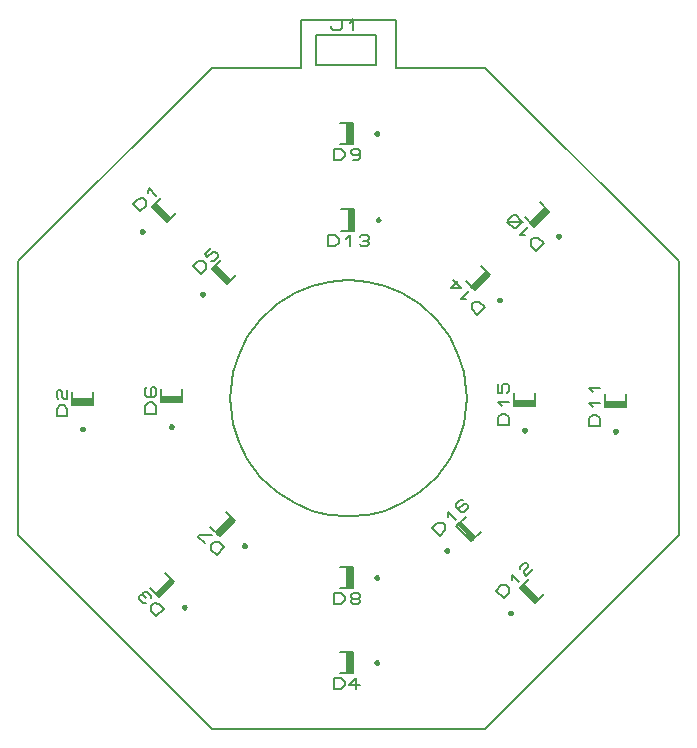
<source format=gbr>
G04 PROTEUS RS274X GERBER FILE*
%FSLAX45Y45*%
%MOMM*%
G01*
%ADD16C,0.203200*%
%ADD17C,0.250000*%
%ADD18C,0.200000*%
D16*
X+2800000Y+1159798D02*
X+1159798Y+2800000D01*
X+400000Y+2800000D01*
X+400000Y+3200000D01*
X-400000Y+3200000D01*
X-400000Y+2800000D01*
X-1159798Y+2800000D01*
X-2800000Y+1159798D01*
X-2800000Y-1159798D01*
X-1159798Y-2800000D01*
X+1159798Y-2800000D01*
X+2800000Y-1159798D01*
X+2800000Y+1159798D01*
X-277000Y+2823000D02*
X+231000Y+2823000D01*
X+231000Y+3077000D01*
X-277000Y+3077000D01*
X-277000Y+2823000D01*
X-150000Y+3148120D02*
X-150000Y+3132880D01*
X-134125Y+3117640D01*
X-70625Y+3117640D01*
X-54750Y+3132880D01*
X-54750Y+3209080D01*
X+8750Y+3178600D02*
X+40500Y+3209080D01*
X+40500Y+3117640D01*
X+1000000Y+0D02*
X+997283Y+73665D01*
X+975275Y+220996D01*
X+929696Y+368327D01*
X+856795Y+515658D01*
X+748629Y+662989D01*
X+603894Y+797065D01*
X+456563Y+889691D01*
X+309232Y+950987D01*
X+161901Y+986807D01*
X+14570Y+999894D01*
X+0Y+1000000D01*
X-1000000Y+0D02*
X-997283Y+73665D01*
X-975275Y+220996D01*
X-929696Y+368327D01*
X-856795Y+515658D01*
X-748629Y+662989D01*
X-603894Y+797065D01*
X-456563Y+889691D01*
X-309232Y+950987D01*
X-161901Y+986807D01*
X-14570Y+999894D01*
X+0Y+1000000D01*
X-1000000Y+0D02*
X-997283Y-73665D01*
X-975275Y-220996D01*
X-929696Y-368327D01*
X-856795Y-515658D01*
X-748629Y-662989D01*
X-603894Y-797065D01*
X-456563Y-889691D01*
X-309232Y-950987D01*
X-161901Y-986807D01*
X-14570Y-999894D01*
X+0Y-1000000D01*
X+1000000Y+0D02*
X+997283Y-73665D01*
X+975275Y-220996D01*
X+929696Y-368327D01*
X+856795Y-515658D01*
X+748629Y-662989D01*
X+603894Y-797065D01*
X+456563Y-889691D01*
X+309232Y-950987D01*
X+161901Y-986807D01*
X+14570Y-999894D01*
X+0Y-1000000D01*
D17*
X-1735282Y+1412218D02*
X-1735325Y+1413257D01*
X-1735677Y+1415336D01*
X-1736414Y+1417415D01*
X-1737618Y+1419494D01*
X-1739459Y+1421544D01*
X-1741538Y+1423047D01*
X-1743617Y+1424004D01*
X-1745696Y+1424543D01*
X-1747775Y+1424718D01*
X-1747782Y+1424718D01*
X-1760282Y+1412218D02*
X-1760239Y+1413257D01*
X-1759887Y+1415336D01*
X-1759150Y+1417415D01*
X-1757946Y+1419494D01*
X-1756105Y+1421544D01*
X-1754026Y+1423047D01*
X-1751947Y+1424004D01*
X-1749868Y+1424543D01*
X-1747789Y+1424718D01*
X-1747782Y+1424718D01*
X-1760282Y+1412218D02*
X-1760239Y+1411179D01*
X-1759887Y+1409100D01*
X-1759150Y+1407021D01*
X-1757946Y+1404942D01*
X-1756105Y+1402892D01*
X-1754026Y+1401389D01*
X-1751947Y+1400432D01*
X-1749868Y+1399893D01*
X-1747789Y+1399718D01*
X-1747782Y+1399718D01*
X-1735282Y+1412218D02*
X-1735325Y+1411179D01*
X-1735677Y+1409100D01*
X-1736414Y+1407021D01*
X-1737618Y+1404942D01*
X-1739459Y+1402892D01*
X-1741538Y+1401389D01*
X-1743617Y+1400432D01*
X-1745696Y+1399893D01*
X-1747775Y+1399718D01*
X-1747782Y+1399718D01*
D18*
X-1539185Y+1493536D02*
X-1461403Y+1571317D01*
X-1666464Y+1620815D02*
X-1588683Y+1698597D01*
X-1666464Y+1620815D02*
X-1539185Y+1493536D01*
X-1528579Y+1504142D02*
X-1655858Y+1631421D01*
X-1517972Y+1514749D02*
X-1645251Y+1642028D01*
X-1507365Y+1525355D02*
X-1634645Y+1652635D01*
D16*
X-1762794Y+1581733D02*
X-1827451Y+1646390D01*
X-1782550Y+1691292D01*
X-1738547Y+1692190D01*
X-1716994Y+1670637D01*
X-1717892Y+1626634D01*
X-1762794Y+1581733D01*
X-1693645Y+1737091D02*
X-1692747Y+1781095D01*
X-1628089Y+1716437D01*
D17*
X-2237500Y-260000D02*
X-2237543Y-258961D01*
X-2237895Y-256882D01*
X-2238632Y-254803D01*
X-2239836Y-252724D01*
X-2241677Y-250674D01*
X-2243756Y-249171D01*
X-2245835Y-248214D01*
X-2247914Y-247675D01*
X-2249993Y-247500D01*
X-2250000Y-247500D01*
X-2262500Y-260000D02*
X-2262457Y-258961D01*
X-2262105Y-256882D01*
X-2261368Y-254803D01*
X-2260164Y-252724D01*
X-2258323Y-250674D01*
X-2256244Y-249171D01*
X-2254165Y-248214D01*
X-2252086Y-247675D01*
X-2250007Y-247500D01*
X-2250000Y-247500D01*
X-2262500Y-260000D02*
X-2262457Y-261039D01*
X-2262105Y-263118D01*
X-2261368Y-265197D01*
X-2260164Y-267276D01*
X-2258323Y-269326D01*
X-2256244Y-270829D01*
X-2254165Y-271786D01*
X-2252086Y-272325D01*
X-2250007Y-272500D01*
X-2250000Y-272500D01*
X-2237500Y-260000D02*
X-2237543Y-261039D01*
X-2237895Y-263118D01*
X-2238632Y-265197D01*
X-2239836Y-267276D01*
X-2241677Y-269326D01*
X-2243756Y-270829D01*
X-2245835Y-271786D01*
X-2247914Y-272325D01*
X-2249993Y-272500D01*
X-2250000Y-272500D01*
D18*
X-2160000Y-55000D02*
X-2160000Y+55000D01*
X-2340000Y-55000D02*
X-2340000Y+55000D01*
X-2340000Y-55000D02*
X-2160000Y-55000D01*
X-2160000Y-40000D02*
X-2340000Y-40000D01*
X-2160000Y-25000D02*
X-2340000Y-25000D01*
X-2160000Y-10000D02*
X-2340000Y-10000D01*
D16*
X-2380480Y-150750D02*
X-2471920Y-150750D01*
X-2471920Y-87250D01*
X-2441440Y-55500D01*
X-2410960Y-55500D01*
X-2380480Y-87250D01*
X-2380480Y-150750D01*
X-2456680Y-7875D02*
X-2471920Y+8000D01*
X-2471920Y+55625D01*
X-2456680Y+71500D01*
X-2441440Y+71500D01*
X-2426200Y+55625D01*
X-2426200Y+8000D01*
X-2410960Y-7875D01*
X-2380480Y-7875D01*
X-2380480Y+71500D01*
D17*
X-1379718Y-1767782D02*
X-1379761Y-1766743D01*
X-1380113Y-1764664D01*
X-1380850Y-1762585D01*
X-1382054Y-1760506D01*
X-1383895Y-1758456D01*
X-1385974Y-1756953D01*
X-1388053Y-1755996D01*
X-1390132Y-1755457D01*
X-1392211Y-1755282D01*
X-1392218Y-1755282D01*
X-1404718Y-1767782D02*
X-1404675Y-1766743D01*
X-1404323Y-1764664D01*
X-1403586Y-1762585D01*
X-1402382Y-1760506D01*
X-1400541Y-1758456D01*
X-1398462Y-1756953D01*
X-1396383Y-1755996D01*
X-1394304Y-1755457D01*
X-1392225Y-1755282D01*
X-1392218Y-1755282D01*
X-1404718Y-1767782D02*
X-1404675Y-1768821D01*
X-1404323Y-1770900D01*
X-1403586Y-1772979D01*
X-1402382Y-1775058D01*
X-1400541Y-1777108D01*
X-1398462Y-1778611D01*
X-1396383Y-1779568D01*
X-1394304Y-1780107D01*
X-1392225Y-1780282D01*
X-1392218Y-1780282D01*
X-1379718Y-1767782D02*
X-1379761Y-1768821D01*
X-1380113Y-1770900D01*
X-1380850Y-1772979D01*
X-1382054Y-1775058D01*
X-1383895Y-1777108D01*
X-1385974Y-1778611D01*
X-1388053Y-1779568D01*
X-1390132Y-1780107D01*
X-1392211Y-1780282D01*
X-1392218Y-1780282D01*
D18*
X-1473536Y-1559185D02*
X-1551317Y-1481403D01*
X-1600815Y-1686464D02*
X-1678597Y-1608683D01*
X-1600815Y-1686464D02*
X-1473536Y-1559185D01*
X-1484142Y-1548579D02*
X-1611421Y-1675858D01*
X-1494749Y-1537972D02*
X-1622028Y-1665251D01*
X-1505355Y-1527365D02*
X-1632635Y-1654645D01*
D16*
X-1561733Y-1782794D02*
X-1626390Y-1847451D01*
X-1671292Y-1802550D01*
X-1672190Y-1758547D01*
X-1650637Y-1736994D01*
X-1606634Y-1737892D01*
X-1561733Y-1782794D01*
X-1716642Y-1735647D02*
X-1738644Y-1735198D01*
X-1772320Y-1701522D01*
X-1772769Y-1679520D01*
X-1761993Y-1668744D01*
X-1739991Y-1669193D01*
X-1740440Y-1647191D01*
X-1729664Y-1636415D01*
X-1707662Y-1636864D01*
X-1673986Y-1670540D01*
X-1673537Y-1692542D01*
X-1717540Y-1691644D02*
X-1739991Y-1669193D01*
D17*
X+252500Y-2240000D02*
X+252457Y-2238961D01*
X+252105Y-2236882D01*
X+251368Y-2234803D01*
X+250164Y-2232724D01*
X+248323Y-2230674D01*
X+246244Y-2229171D01*
X+244165Y-2228214D01*
X+242086Y-2227675D01*
X+240007Y-2227500D01*
X+240000Y-2227500D01*
X+227500Y-2240000D02*
X+227543Y-2238961D01*
X+227895Y-2236882D01*
X+228632Y-2234803D01*
X+229836Y-2232724D01*
X+231677Y-2230674D01*
X+233756Y-2229171D01*
X+235835Y-2228214D01*
X+237914Y-2227675D01*
X+239993Y-2227500D01*
X+240000Y-2227500D01*
X+227500Y-2240000D02*
X+227543Y-2241039D01*
X+227895Y-2243118D01*
X+228632Y-2245197D01*
X+229836Y-2247276D01*
X+231677Y-2249326D01*
X+233756Y-2250829D01*
X+235835Y-2251786D01*
X+237914Y-2252325D01*
X+239993Y-2252500D01*
X+240000Y-2252500D01*
X+252500Y-2240000D02*
X+252457Y-2241039D01*
X+252105Y-2243118D01*
X+251368Y-2245197D01*
X+250164Y-2247276D01*
X+248323Y-2249326D01*
X+246244Y-2250829D01*
X+244165Y-2251786D01*
X+242086Y-2252325D01*
X+240007Y-2252500D01*
X+240000Y-2252500D01*
D18*
X+35000Y-2150000D02*
X-75000Y-2150000D01*
X+35000Y-2330000D02*
X-75000Y-2330000D01*
X+35000Y-2330000D02*
X+35000Y-2150000D01*
X+20000Y-2150000D02*
X+20000Y-2330000D01*
X+5000Y-2150000D02*
X+5000Y-2330000D01*
X-10000Y-2150000D02*
X-10000Y-2330000D01*
D16*
X-123250Y-2461920D02*
X-123250Y-2370480D01*
X-59750Y-2370480D01*
X-28000Y-2400960D01*
X-28000Y-2431440D01*
X-59750Y-2461920D01*
X-123250Y-2461920D01*
X+99000Y-2431440D02*
X+3750Y-2431440D01*
X+67250Y-2370480D01*
X+67250Y-2461920D01*
D17*
X-1225282Y+882218D02*
X-1225325Y+883257D01*
X-1225677Y+885336D01*
X-1226414Y+887415D01*
X-1227618Y+889494D01*
X-1229459Y+891544D01*
X-1231538Y+893047D01*
X-1233617Y+894004D01*
X-1235696Y+894543D01*
X-1237775Y+894718D01*
X-1237782Y+894718D01*
X-1250282Y+882218D02*
X-1250239Y+883257D01*
X-1249887Y+885336D01*
X-1249150Y+887415D01*
X-1247946Y+889494D01*
X-1246105Y+891544D01*
X-1244026Y+893047D01*
X-1241947Y+894004D01*
X-1239868Y+894543D01*
X-1237789Y+894718D01*
X-1237782Y+894718D01*
X-1250282Y+882218D02*
X-1250239Y+881179D01*
X-1249887Y+879100D01*
X-1249150Y+877021D01*
X-1247946Y+874942D01*
X-1246105Y+872892D01*
X-1244026Y+871389D01*
X-1241947Y+870432D01*
X-1239868Y+869893D01*
X-1237789Y+869718D01*
X-1237782Y+869718D01*
X-1225282Y+882218D02*
X-1225325Y+881179D01*
X-1225677Y+879100D01*
X-1226414Y+877021D01*
X-1227618Y+874942D01*
X-1229459Y+872892D01*
X-1231538Y+871389D01*
X-1233617Y+870432D01*
X-1235696Y+869893D01*
X-1237775Y+869718D01*
X-1237782Y+869718D01*
D18*
X-1029185Y+963536D02*
X-951403Y+1041317D01*
X-1156464Y+1090815D02*
X-1078683Y+1168597D01*
X-1156464Y+1090815D02*
X-1029185Y+963536D01*
X-1018579Y+974142D02*
X-1145858Y+1101421D01*
X-1007972Y+984749D02*
X-1135251Y+1112028D01*
X-997365Y+995355D02*
X-1124645Y+1122635D01*
D16*
X-1252794Y+1051733D02*
X-1317451Y+1116390D01*
X-1272550Y+1161292D01*
X-1228547Y+1162190D01*
X-1206994Y+1140637D01*
X-1207892Y+1096634D01*
X-1252794Y+1051733D01*
X-1160297Y+1273545D02*
X-1216423Y+1217419D01*
X-1194871Y+1195866D01*
X-1149969Y+1240767D01*
X-1127968Y+1241216D01*
X-1106415Y+1219664D01*
X-1106864Y+1197662D01*
X-1140540Y+1163986D01*
X-1162542Y+1163537D01*
D17*
X-1487500Y-240000D02*
X-1487543Y-238961D01*
X-1487895Y-236882D01*
X-1488632Y-234803D01*
X-1489836Y-232724D01*
X-1491677Y-230674D01*
X-1493756Y-229171D01*
X-1495835Y-228214D01*
X-1497914Y-227675D01*
X-1499993Y-227500D01*
X-1500000Y-227500D01*
X-1512500Y-240000D02*
X-1512457Y-238961D01*
X-1512105Y-236882D01*
X-1511368Y-234803D01*
X-1510164Y-232724D01*
X-1508323Y-230674D01*
X-1506244Y-229171D01*
X-1504165Y-228214D01*
X-1502086Y-227675D01*
X-1500007Y-227500D01*
X-1500000Y-227500D01*
X-1512500Y-240000D02*
X-1512457Y-241039D01*
X-1512105Y-243118D01*
X-1511368Y-245197D01*
X-1510164Y-247276D01*
X-1508323Y-249326D01*
X-1506244Y-250829D01*
X-1504165Y-251786D01*
X-1502086Y-252325D01*
X-1500007Y-252500D01*
X-1500000Y-252500D01*
X-1487500Y-240000D02*
X-1487543Y-241039D01*
X-1487895Y-243118D01*
X-1488632Y-245197D01*
X-1489836Y-247276D01*
X-1491677Y-249326D01*
X-1493756Y-250829D01*
X-1495835Y-251786D01*
X-1497914Y-252325D01*
X-1499993Y-252500D01*
X-1500000Y-252500D01*
D18*
X-1410000Y-35000D02*
X-1410000Y+75000D01*
X-1590000Y-35000D02*
X-1590000Y+75000D01*
X-1590000Y-35000D02*
X-1410000Y-35000D01*
X-1410000Y-20000D02*
X-1590000Y-20000D01*
X-1410000Y-5000D02*
X-1590000Y-5000D01*
X-1410000Y+10000D02*
X-1590000Y+10000D01*
D16*
X-1630480Y-130750D02*
X-1721920Y-130750D01*
X-1721920Y-67250D01*
X-1691440Y-35500D01*
X-1660960Y-35500D01*
X-1630480Y-67250D01*
X-1630480Y-130750D01*
X-1706680Y+91500D02*
X-1721920Y+75625D01*
X-1721920Y+28000D01*
X-1706680Y+12125D01*
X-1645720Y+12125D01*
X-1630480Y+28000D01*
X-1630480Y+75625D01*
X-1645720Y+91500D01*
X-1660960Y+91500D01*
X-1676200Y+75625D01*
X-1676200Y+12125D01*
D17*
X-869718Y-1247782D02*
X-869761Y-1246743D01*
X-870113Y-1244664D01*
X-870850Y-1242585D01*
X-872054Y-1240506D01*
X-873895Y-1238456D01*
X-875974Y-1236953D01*
X-878053Y-1235996D01*
X-880132Y-1235457D01*
X-882211Y-1235282D01*
X-882218Y-1235282D01*
X-894718Y-1247782D02*
X-894675Y-1246743D01*
X-894323Y-1244664D01*
X-893586Y-1242585D01*
X-892382Y-1240506D01*
X-890541Y-1238456D01*
X-888462Y-1236953D01*
X-886383Y-1235996D01*
X-884304Y-1235457D01*
X-882225Y-1235282D01*
X-882218Y-1235282D01*
X-894718Y-1247782D02*
X-894675Y-1248821D01*
X-894323Y-1250900D01*
X-893586Y-1252979D01*
X-892382Y-1255058D01*
X-890541Y-1257108D01*
X-888462Y-1258611D01*
X-886383Y-1259568D01*
X-884304Y-1260107D01*
X-882225Y-1260282D01*
X-882218Y-1260282D01*
X-869718Y-1247782D02*
X-869761Y-1248821D01*
X-870113Y-1250900D01*
X-870850Y-1252979D01*
X-872054Y-1255058D01*
X-873895Y-1257108D01*
X-875974Y-1258611D01*
X-878053Y-1259568D01*
X-880132Y-1260107D01*
X-882211Y-1260282D01*
X-882218Y-1260282D01*
D18*
X-963536Y-1039185D02*
X-1041317Y-961403D01*
X-1090815Y-1166464D02*
X-1168597Y-1088683D01*
X-1090815Y-1166464D02*
X-963536Y-1039185D01*
X-974142Y-1028579D02*
X-1101421Y-1155858D01*
X-984749Y-1017972D02*
X-1112028Y-1145251D01*
X-995355Y-1007365D02*
X-1122635Y-1134645D01*
D16*
X-1051733Y-1262794D02*
X-1116390Y-1327451D01*
X-1161292Y-1282550D01*
X-1162190Y-1238547D01*
X-1140637Y-1216994D01*
X-1096634Y-1217892D01*
X-1051733Y-1262794D01*
X-1217419Y-1226423D02*
X-1273545Y-1170297D01*
X-1262769Y-1159520D01*
X-1152761Y-1161765D01*
D17*
X+252500Y-1520000D02*
X+252457Y-1518961D01*
X+252105Y-1516882D01*
X+251368Y-1514803D01*
X+250164Y-1512724D01*
X+248323Y-1510674D01*
X+246244Y-1509171D01*
X+244165Y-1508214D01*
X+242086Y-1507675D01*
X+240007Y-1507500D01*
X+240000Y-1507500D01*
X+227500Y-1520000D02*
X+227543Y-1518961D01*
X+227895Y-1516882D01*
X+228632Y-1514803D01*
X+229836Y-1512724D01*
X+231677Y-1510674D01*
X+233756Y-1509171D01*
X+235835Y-1508214D01*
X+237914Y-1507675D01*
X+239993Y-1507500D01*
X+240000Y-1507500D01*
X+227500Y-1520000D02*
X+227543Y-1521039D01*
X+227895Y-1523118D01*
X+228632Y-1525197D01*
X+229836Y-1527276D01*
X+231677Y-1529326D01*
X+233756Y-1530829D01*
X+235835Y-1531786D01*
X+237914Y-1532325D01*
X+239993Y-1532500D01*
X+240000Y-1532500D01*
X+252500Y-1520000D02*
X+252457Y-1521039D01*
X+252105Y-1523118D01*
X+251368Y-1525197D01*
X+250164Y-1527276D01*
X+248323Y-1529326D01*
X+246244Y-1530829D01*
X+244165Y-1531786D01*
X+242086Y-1532325D01*
X+240007Y-1532500D01*
X+240000Y-1532500D01*
D18*
X+35000Y-1430000D02*
X-75000Y-1430000D01*
X+35000Y-1610000D02*
X-75000Y-1610000D01*
X+35000Y-1610000D02*
X+35000Y-1430000D01*
X+20000Y-1430000D02*
X+20000Y-1610000D01*
X+5000Y-1430000D02*
X+5000Y-1610000D01*
X-10000Y-1430000D02*
X-10000Y-1610000D01*
D16*
X-123250Y-1741920D02*
X-123250Y-1650480D01*
X-59750Y-1650480D01*
X-28000Y-1680960D01*
X-28000Y-1711440D01*
X-59750Y-1741920D01*
X-123250Y-1741920D01*
X+35500Y-1696200D02*
X+19625Y-1680960D01*
X+19625Y-1665720D01*
X+35500Y-1650480D01*
X+83125Y-1650480D01*
X+99000Y-1665720D01*
X+99000Y-1680960D01*
X+83125Y-1696200D01*
X+35500Y-1696200D01*
X+19625Y-1711440D01*
X+19625Y-1726680D01*
X+35500Y-1741920D01*
X+83125Y-1741920D01*
X+99000Y-1726680D01*
X+99000Y-1711440D01*
X+83125Y-1696200D01*
D17*
X+252500Y+2240000D02*
X+252457Y+2241039D01*
X+252105Y+2243118D01*
X+251368Y+2245197D01*
X+250164Y+2247276D01*
X+248323Y+2249326D01*
X+246244Y+2250829D01*
X+244165Y+2251786D01*
X+242086Y+2252325D01*
X+240007Y+2252500D01*
X+240000Y+2252500D01*
X+227500Y+2240000D02*
X+227543Y+2241039D01*
X+227895Y+2243118D01*
X+228632Y+2245197D01*
X+229836Y+2247276D01*
X+231677Y+2249326D01*
X+233756Y+2250829D01*
X+235835Y+2251786D01*
X+237914Y+2252325D01*
X+239993Y+2252500D01*
X+240000Y+2252500D01*
X+227500Y+2240000D02*
X+227543Y+2238961D01*
X+227895Y+2236882D01*
X+228632Y+2234803D01*
X+229836Y+2232724D01*
X+231677Y+2230674D01*
X+233756Y+2229171D01*
X+235835Y+2228214D01*
X+237914Y+2227675D01*
X+239993Y+2227500D01*
X+240000Y+2227500D01*
X+252500Y+2240000D02*
X+252457Y+2238961D01*
X+252105Y+2236882D01*
X+251368Y+2234803D01*
X+250164Y+2232724D01*
X+248323Y+2230674D01*
X+246244Y+2229171D01*
X+244165Y+2228214D01*
X+242086Y+2227675D01*
X+240007Y+2227500D01*
X+240000Y+2227500D01*
D18*
X+35000Y+2330000D02*
X-75000Y+2330000D01*
X+35000Y+2150000D02*
X-75000Y+2150000D01*
X+35000Y+2150000D02*
X+35000Y+2330000D01*
X+20000Y+2330000D02*
X+20000Y+2150000D01*
X+5000Y+2330000D02*
X+5000Y+2150000D01*
X-10000Y+2330000D02*
X-10000Y+2150000D01*
D16*
X-123250Y+2018080D02*
X-123250Y+2109520D01*
X-59750Y+2109520D01*
X-28000Y+2079040D01*
X-28000Y+2048560D01*
X-59750Y+2018080D01*
X-123250Y+2018080D01*
X+99000Y+2079040D02*
X+83125Y+2063800D01*
X+35500Y+2063800D01*
X+19625Y+2079040D01*
X+19625Y+2094280D01*
X+35500Y+2109520D01*
X+83125Y+2109520D01*
X+99000Y+2094280D01*
X+99000Y+2033320D01*
X+83125Y+2018080D01*
X+35500Y+2018080D01*
D17*
X+262500Y+1510000D02*
X+262457Y+1511039D01*
X+262105Y+1513118D01*
X+261368Y+1515197D01*
X+260164Y+1517276D01*
X+258323Y+1519326D01*
X+256244Y+1520829D01*
X+254165Y+1521786D01*
X+252086Y+1522325D01*
X+250007Y+1522500D01*
X+250000Y+1522500D01*
X+237500Y+1510000D02*
X+237543Y+1511039D01*
X+237895Y+1513118D01*
X+238632Y+1515197D01*
X+239836Y+1517276D01*
X+241677Y+1519326D01*
X+243756Y+1520829D01*
X+245835Y+1521786D01*
X+247914Y+1522325D01*
X+249993Y+1522500D01*
X+250000Y+1522500D01*
X+237500Y+1510000D02*
X+237543Y+1508961D01*
X+237895Y+1506882D01*
X+238632Y+1504803D01*
X+239836Y+1502724D01*
X+241677Y+1500674D01*
X+243756Y+1499171D01*
X+245835Y+1498214D01*
X+247914Y+1497675D01*
X+249993Y+1497500D01*
X+250000Y+1497500D01*
X+262500Y+1510000D02*
X+262457Y+1508961D01*
X+262105Y+1506882D01*
X+261368Y+1504803D01*
X+260164Y+1502724D01*
X+258323Y+1500674D01*
X+256244Y+1499171D01*
X+254165Y+1498214D01*
X+252086Y+1497675D01*
X+250007Y+1497500D01*
X+250000Y+1497500D01*
D18*
X+45000Y+1600000D02*
X-65000Y+1600000D01*
X+45000Y+1420000D02*
X-65000Y+1420000D01*
X+45000Y+1420000D02*
X+45000Y+1600000D01*
X+30000Y+1600000D02*
X+30000Y+1420000D01*
X+15000Y+1600000D02*
X+15000Y+1420000D01*
X+0Y+1600000D02*
X+0Y+1420000D01*
D16*
X-176750Y+1288080D02*
X-176750Y+1379520D01*
X-113250Y+1379520D01*
X-81500Y+1349040D01*
X-81500Y+1318560D01*
X-113250Y+1288080D01*
X-176750Y+1288080D01*
X-18000Y+1349040D02*
X+13750Y+1379520D01*
X+13750Y+1288080D01*
X+93125Y+1364280D02*
X+109000Y+1379520D01*
X+156625Y+1379520D01*
X+172500Y+1364280D01*
X+172500Y+1349040D01*
X+156625Y+1333800D01*
X+172500Y+1318560D01*
X+172500Y+1303320D01*
X+156625Y+1288080D01*
X+109000Y+1288080D01*
X+93125Y+1303320D01*
X+124875Y+1333800D02*
X+156625Y+1333800D01*
D17*
X+1790282Y+1372218D02*
X+1790239Y+1373257D01*
X+1789887Y+1375336D01*
X+1789150Y+1377415D01*
X+1787946Y+1379494D01*
X+1786105Y+1381544D01*
X+1784026Y+1383047D01*
X+1781947Y+1384004D01*
X+1779868Y+1384543D01*
X+1777789Y+1384718D01*
X+1777782Y+1384718D01*
X+1765282Y+1372218D02*
X+1765325Y+1373257D01*
X+1765677Y+1375336D01*
X+1766414Y+1377415D01*
X+1767618Y+1379494D01*
X+1769459Y+1381544D01*
X+1771538Y+1383047D01*
X+1773617Y+1384004D01*
X+1775696Y+1384543D01*
X+1777775Y+1384718D01*
X+1777782Y+1384718D01*
X+1765282Y+1372218D02*
X+1765325Y+1371179D01*
X+1765677Y+1369100D01*
X+1766414Y+1367021D01*
X+1767618Y+1364942D01*
X+1769459Y+1362892D01*
X+1771538Y+1361389D01*
X+1773617Y+1360432D01*
X+1775696Y+1359893D01*
X+1777775Y+1359718D01*
X+1777782Y+1359718D01*
X+1790282Y+1372218D02*
X+1790239Y+1371179D01*
X+1789887Y+1369100D01*
X+1789150Y+1367021D01*
X+1787946Y+1364942D01*
X+1786105Y+1362892D01*
X+1784026Y+1361389D01*
X+1781947Y+1360432D01*
X+1779868Y+1359893D01*
X+1777789Y+1359718D01*
X+1777782Y+1359718D01*
D18*
X+1696464Y+1580815D02*
X+1618683Y+1658597D01*
X+1569185Y+1453536D02*
X+1491403Y+1531317D01*
X+1569185Y+1453536D02*
X+1696464Y+1580815D01*
X+1685858Y+1591421D02*
X+1558579Y+1464142D01*
X+1675251Y+1602028D02*
X+1547972Y+1474749D01*
X+1664645Y+1612635D02*
X+1537365Y+1485355D01*
D16*
X+1653168Y+1312305D02*
X+1588511Y+1247648D01*
X+1543609Y+1292549D01*
X+1542711Y+1336552D01*
X+1564264Y+1358105D01*
X+1608267Y+1357207D01*
X+1653168Y+1312305D01*
X+1497810Y+1381454D02*
X+1453806Y+1382352D01*
X+1518464Y+1447010D01*
X+1462787Y+1481134D02*
X+1419682Y+1438029D01*
X+1397680Y+1438478D01*
X+1352779Y+1483379D01*
X+1352330Y+1505381D01*
X+1395435Y+1548486D01*
X+1417437Y+1548037D01*
X+1462338Y+1503136D01*
X+1462787Y+1481134D01*
X+1473563Y+1491910D02*
X+1341554Y+1494604D01*
D17*
X+1290282Y+832218D02*
X+1290239Y+833257D01*
X+1289887Y+835336D01*
X+1289150Y+837415D01*
X+1287946Y+839494D01*
X+1286105Y+841544D01*
X+1284026Y+843047D01*
X+1281947Y+844004D01*
X+1279868Y+844543D01*
X+1277789Y+844718D01*
X+1277782Y+844718D01*
X+1265282Y+832218D02*
X+1265325Y+833257D01*
X+1265677Y+835336D01*
X+1266414Y+837415D01*
X+1267618Y+839494D01*
X+1269459Y+841544D01*
X+1271538Y+843047D01*
X+1273617Y+844004D01*
X+1275696Y+844543D01*
X+1277775Y+844718D01*
X+1277782Y+844718D01*
X+1265282Y+832218D02*
X+1265325Y+831179D01*
X+1265677Y+829100D01*
X+1266414Y+827021D01*
X+1267618Y+824942D01*
X+1269459Y+822892D01*
X+1271538Y+821389D01*
X+1273617Y+820432D01*
X+1275696Y+819893D01*
X+1277775Y+819718D01*
X+1277782Y+819718D01*
X+1290282Y+832218D02*
X+1290239Y+831179D01*
X+1289887Y+829100D01*
X+1289150Y+827021D01*
X+1287946Y+824942D01*
X+1286105Y+822892D01*
X+1284026Y+821389D01*
X+1281947Y+820432D01*
X+1279868Y+819893D01*
X+1277789Y+819718D01*
X+1277782Y+819718D01*
D18*
X+1196464Y+1040815D02*
X+1118683Y+1118597D01*
X+1069185Y+913536D02*
X+991403Y+991317D01*
X+1069185Y+913536D02*
X+1196464Y+1040815D01*
X+1185858Y+1051421D02*
X+1058579Y+924142D01*
X+1175251Y+1062028D02*
X+1047972Y+934749D01*
X+1164645Y+1072635D02*
X+1037365Y+945355D01*
D16*
X+1153168Y+772305D02*
X+1088511Y+707648D01*
X+1043609Y+752549D01*
X+1042711Y+796552D01*
X+1064264Y+818105D01*
X+1108267Y+817207D01*
X+1153168Y+772305D01*
X+997810Y+841454D02*
X+953806Y+842352D01*
X+1018464Y+907010D01*
X+884659Y+997710D02*
X+952011Y+930358D01*
X+864004Y+932154D01*
X+928662Y+996812D01*
D17*
X+2272500Y-280000D02*
X+2272457Y-278961D01*
X+2272105Y-276882D01*
X+2271368Y-274803D01*
X+2270164Y-272724D01*
X+2268323Y-270674D01*
X+2266244Y-269171D01*
X+2264165Y-268214D01*
X+2262086Y-267675D01*
X+2260007Y-267500D01*
X+2260000Y-267500D01*
X+2247500Y-280000D02*
X+2247543Y-278961D01*
X+2247895Y-276882D01*
X+2248632Y-274803D01*
X+2249836Y-272724D01*
X+2251677Y-270674D01*
X+2253756Y-269171D01*
X+2255835Y-268214D01*
X+2257914Y-267675D01*
X+2259993Y-267500D01*
X+2260000Y-267500D01*
X+2247500Y-280000D02*
X+2247543Y-281039D01*
X+2247895Y-283118D01*
X+2248632Y-285197D01*
X+2249836Y-287276D01*
X+2251677Y-289326D01*
X+2253756Y-290829D01*
X+2255835Y-291786D01*
X+2257914Y-292325D01*
X+2259993Y-292500D01*
X+2260000Y-292500D01*
X+2272500Y-280000D02*
X+2272457Y-281039D01*
X+2272105Y-283118D01*
X+2271368Y-285197D01*
X+2270164Y-287276D01*
X+2268323Y-289326D01*
X+2266244Y-290829D01*
X+2264165Y-291786D01*
X+2262086Y-292325D01*
X+2260007Y-292500D01*
X+2260000Y-292500D01*
D18*
X+2350000Y-75000D02*
X+2350000Y+35000D01*
X+2170000Y-75000D02*
X+2170000Y+35000D01*
X+2170000Y-75000D02*
X+2350000Y-75000D01*
X+2350000Y-60000D02*
X+2170000Y-60000D01*
X+2350000Y-45000D02*
X+2170000Y-45000D01*
X+2350000Y-30000D02*
X+2170000Y-30000D01*
D16*
X+2129520Y-234250D02*
X+2038080Y-234250D01*
X+2038080Y-170750D01*
X+2068560Y-139000D01*
X+2099040Y-139000D01*
X+2129520Y-170750D01*
X+2129520Y-234250D01*
X+2068560Y-75500D02*
X+2038080Y-43750D01*
X+2129520Y-43750D01*
X+2068560Y+51500D02*
X+2038080Y+83250D01*
X+2129520Y+83250D01*
D17*
X+1502500Y-270000D02*
X+1502457Y-268961D01*
X+1502105Y-266882D01*
X+1501368Y-264803D01*
X+1500164Y-262724D01*
X+1498323Y-260674D01*
X+1496244Y-259171D01*
X+1494165Y-258214D01*
X+1492086Y-257675D01*
X+1490007Y-257500D01*
X+1490000Y-257500D01*
X+1477500Y-270000D02*
X+1477543Y-268961D01*
X+1477895Y-266882D01*
X+1478632Y-264803D01*
X+1479836Y-262724D01*
X+1481677Y-260674D01*
X+1483756Y-259171D01*
X+1485835Y-258214D01*
X+1487914Y-257675D01*
X+1489993Y-257500D01*
X+1490000Y-257500D01*
X+1477500Y-270000D02*
X+1477543Y-271039D01*
X+1477895Y-273118D01*
X+1478632Y-275197D01*
X+1479836Y-277276D01*
X+1481677Y-279326D01*
X+1483756Y-280829D01*
X+1485835Y-281786D01*
X+1487914Y-282325D01*
X+1489993Y-282500D01*
X+1490000Y-282500D01*
X+1502500Y-270000D02*
X+1502457Y-271039D01*
X+1502105Y-273118D01*
X+1501368Y-275197D01*
X+1500164Y-277276D01*
X+1498323Y-279326D01*
X+1496244Y-280829D01*
X+1494165Y-281786D01*
X+1492086Y-282325D01*
X+1490007Y-282500D01*
X+1490000Y-282500D01*
D18*
X+1580000Y-65000D02*
X+1580000Y+45000D01*
X+1400000Y-65000D02*
X+1400000Y+45000D01*
X+1400000Y-65000D02*
X+1580000Y-65000D01*
X+1580000Y-50000D02*
X+1400000Y-50000D01*
X+1580000Y-35000D02*
X+1400000Y-35000D01*
X+1580000Y-20000D02*
X+1400000Y-20000D01*
D16*
X+1359520Y-224250D02*
X+1268080Y-224250D01*
X+1268080Y-160750D01*
X+1298560Y-129000D01*
X+1329040Y-129000D01*
X+1359520Y-160750D01*
X+1359520Y-224250D01*
X+1298560Y-65500D02*
X+1268080Y-33750D01*
X+1359520Y-33750D01*
X+1268080Y+125000D02*
X+1268080Y+45625D01*
X+1298560Y+45625D01*
X+1298560Y+109125D01*
X+1313800Y+125000D01*
X+1344280Y+125000D01*
X+1359520Y+109125D01*
X+1359520Y+61500D01*
X+1344280Y+45625D01*
D17*
X+844718Y-1287782D02*
X+844675Y-1286743D01*
X+844323Y-1284664D01*
X+843586Y-1282585D01*
X+842382Y-1280506D01*
X+840541Y-1278456D01*
X+838462Y-1276953D01*
X+836383Y-1275996D01*
X+834304Y-1275457D01*
X+832225Y-1275282D01*
X+832218Y-1275282D01*
X+819718Y-1287782D02*
X+819761Y-1286743D01*
X+820113Y-1284664D01*
X+820850Y-1282585D01*
X+822054Y-1280506D01*
X+823895Y-1278456D01*
X+825974Y-1276953D01*
X+828053Y-1275996D01*
X+830132Y-1275457D01*
X+832211Y-1275282D01*
X+832218Y-1275282D01*
X+819718Y-1287782D02*
X+819761Y-1288821D01*
X+820113Y-1290900D01*
X+820850Y-1292979D01*
X+822054Y-1295058D01*
X+823895Y-1297108D01*
X+825974Y-1298611D01*
X+828053Y-1299568D01*
X+830132Y-1300107D01*
X+832211Y-1300282D01*
X+832218Y-1300282D01*
X+844718Y-1287782D02*
X+844675Y-1288821D01*
X+844323Y-1290900D01*
X+843586Y-1292979D01*
X+842382Y-1295058D01*
X+840541Y-1297108D01*
X+838462Y-1298611D01*
X+836383Y-1299568D01*
X+834304Y-1300107D01*
X+832225Y-1300282D01*
X+832218Y-1300282D01*
D18*
X+1040815Y-1206464D02*
X+1118597Y-1128683D01*
X+913536Y-1079185D02*
X+991317Y-1001403D01*
X+913536Y-1079185D02*
X+1040815Y-1206464D01*
X+1051421Y-1195858D02*
X+924142Y-1068579D01*
X+1062028Y-1185251D02*
X+934749Y-1057972D01*
X+1072635Y-1174645D02*
X+945355Y-1047365D01*
D16*
X+772305Y-1163168D02*
X+707648Y-1098511D01*
X+752549Y-1053609D01*
X+796552Y-1052711D01*
X+818105Y-1074264D01*
X+817207Y-1118267D01*
X+772305Y-1163168D01*
X+841454Y-1007810D02*
X+842352Y-963806D01*
X+907010Y-1028464D01*
X+965381Y-862330D02*
X+943379Y-862779D01*
X+909703Y-896455D01*
X+909254Y-918457D01*
X+952359Y-961562D01*
X+974361Y-961113D01*
X+1008037Y-927437D01*
X+1008486Y-905435D01*
X+997710Y-894659D01*
X+975708Y-895108D01*
X+930807Y-940009D01*
D17*
X+1384718Y-1817782D02*
X+1384675Y-1816743D01*
X+1384323Y-1814664D01*
X+1383586Y-1812585D01*
X+1382382Y-1810506D01*
X+1380541Y-1808456D01*
X+1378462Y-1806953D01*
X+1376383Y-1805996D01*
X+1374304Y-1805457D01*
X+1372225Y-1805282D01*
X+1372218Y-1805282D01*
X+1359718Y-1817782D02*
X+1359761Y-1816743D01*
X+1360113Y-1814664D01*
X+1360850Y-1812585D01*
X+1362054Y-1810506D01*
X+1363895Y-1808456D01*
X+1365974Y-1806953D01*
X+1368053Y-1805996D01*
X+1370132Y-1805457D01*
X+1372211Y-1805282D01*
X+1372218Y-1805282D01*
X+1359718Y-1817782D02*
X+1359761Y-1818821D01*
X+1360113Y-1820900D01*
X+1360850Y-1822979D01*
X+1362054Y-1825058D01*
X+1363895Y-1827108D01*
X+1365974Y-1828611D01*
X+1368053Y-1829568D01*
X+1370132Y-1830107D01*
X+1372211Y-1830282D01*
X+1372218Y-1830282D01*
X+1384718Y-1817782D02*
X+1384675Y-1818821D01*
X+1384323Y-1820900D01*
X+1383586Y-1822979D01*
X+1382382Y-1825058D01*
X+1380541Y-1827108D01*
X+1378462Y-1828611D01*
X+1376383Y-1829568D01*
X+1374304Y-1830107D01*
X+1372225Y-1830282D01*
X+1372218Y-1830282D01*
D18*
X+1580815Y-1736464D02*
X+1658597Y-1658683D01*
X+1453536Y-1609185D02*
X+1531317Y-1531403D01*
X+1453536Y-1609185D02*
X+1580815Y-1736464D01*
X+1591421Y-1725858D02*
X+1464142Y-1598579D01*
X+1602028Y-1715251D02*
X+1474749Y-1587972D01*
X+1612635Y-1704645D02*
X+1485355Y-1577365D01*
D16*
X+1312305Y-1693168D02*
X+1247648Y-1628511D01*
X+1292549Y-1583609D01*
X+1336552Y-1582711D01*
X+1358105Y-1604264D01*
X+1357207Y-1648267D01*
X+1312305Y-1693168D01*
X+1381454Y-1537810D02*
X+1382352Y-1493806D01*
X+1447010Y-1558464D01*
X+1449254Y-1448457D02*
X+1449703Y-1426455D01*
X+1483379Y-1392779D01*
X+1505381Y-1392330D01*
X+1516157Y-1403106D01*
X+1515708Y-1425108D01*
X+1482032Y-1458784D01*
X+1481583Y-1480785D01*
X+1503136Y-1502338D01*
X+1559262Y-1446211D01*
M02*

</source>
